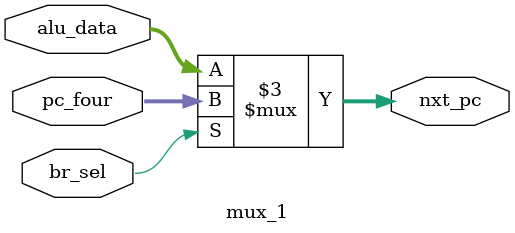
<source format=v>
module mux_1(
    input wire [31:0] pc_four,
    input wire br_sel,
    input wire [31:0] alu_data,
    output reg [31:0] nxt_pc
);
always @* begin
    if (br_sel)
        nxt_pc = pc_four;
    else 
        nxt_pc = alu_data;
end
endmodule

</source>
